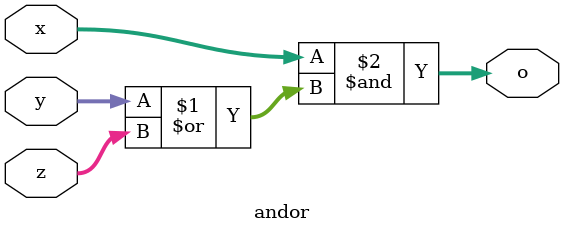
<source format=v>
module andor (
    input [3:0] x,
    input [3:0] y,
    input [3:0] z,
    output [3:0] o
);
assign o = x & (y | z);
endmodule

</source>
